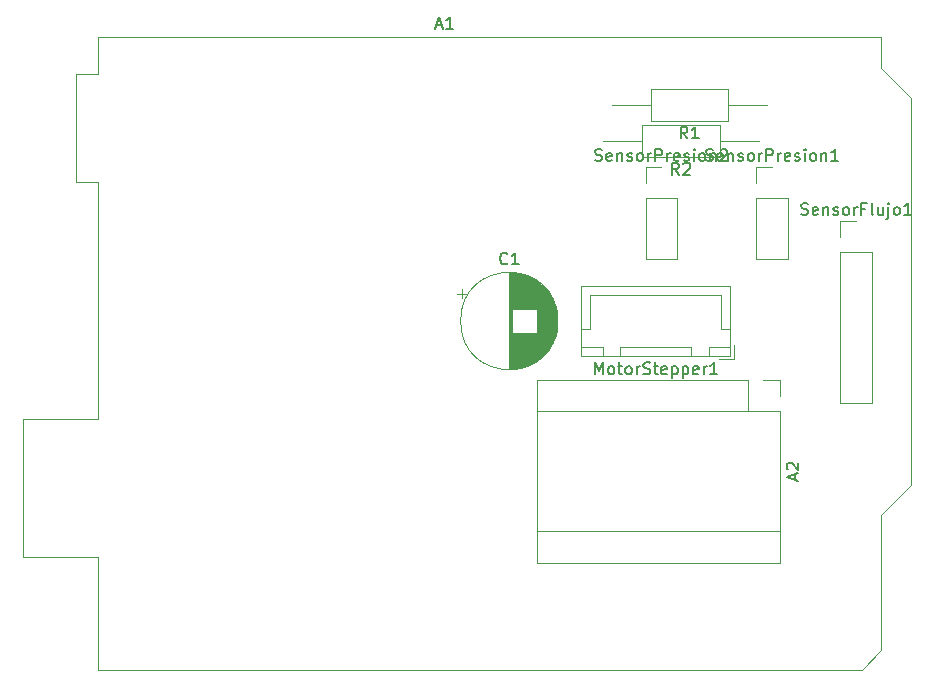
<source format=gbr>
%TF.GenerationSoftware,KiCad,Pcbnew,(6.0.8)*%
%TF.CreationDate,2022-10-14T20:54:24-03:00*%
%TF.ProjectId,Shield,53686965-6c64-42e6-9b69-6361645f7063,rev?*%
%TF.SameCoordinates,Original*%
%TF.FileFunction,Legend,Top*%
%TF.FilePolarity,Positive*%
%FSLAX46Y46*%
G04 Gerber Fmt 4.6, Leading zero omitted, Abs format (unit mm)*
G04 Created by KiCad (PCBNEW (6.0.8)) date 2022-10-14 20:54:24*
%MOMM*%
%LPD*%
G01*
G04 APERTURE LIST*
%ADD10C,0.150000*%
%ADD11C,0.120000*%
G04 APERTURE END LIST*
D10*
%TO.C,R2*%
X175499333Y-92250380D02*
X175166000Y-91774190D01*
X174927904Y-92250380D02*
X174927904Y-91250380D01*
X175308857Y-91250380D01*
X175404095Y-91298000D01*
X175451714Y-91345619D01*
X175499333Y-91440857D01*
X175499333Y-91583714D01*
X175451714Y-91678952D01*
X175404095Y-91726571D01*
X175308857Y-91774190D01*
X174927904Y-91774190D01*
X175880285Y-91345619D02*
X175927904Y-91298000D01*
X176023142Y-91250380D01*
X176261238Y-91250380D01*
X176356476Y-91298000D01*
X176404095Y-91345619D01*
X176451714Y-91440857D01*
X176451714Y-91536095D01*
X176404095Y-91678952D01*
X175832666Y-92250380D01*
X176451714Y-92250380D01*
%TO.C,R1*%
X176211333Y-89182380D02*
X175878000Y-88706190D01*
X175639904Y-89182380D02*
X175639904Y-88182380D01*
X176020857Y-88182380D01*
X176116095Y-88230000D01*
X176163714Y-88277619D01*
X176211333Y-88372857D01*
X176211333Y-88515714D01*
X176163714Y-88610952D01*
X176116095Y-88658571D01*
X176020857Y-88706190D01*
X175639904Y-88706190D01*
X177163714Y-89182380D02*
X176592285Y-89182380D01*
X176878000Y-89182380D02*
X176878000Y-88182380D01*
X176782761Y-88325238D01*
X176687523Y-88420476D01*
X176592285Y-88468095D01*
%TO.C,SensorFlujo1*%
X185857142Y-95610761D02*
X186000000Y-95658380D01*
X186238095Y-95658380D01*
X186333333Y-95610761D01*
X186380952Y-95563142D01*
X186428571Y-95467904D01*
X186428571Y-95372666D01*
X186380952Y-95277428D01*
X186333333Y-95229809D01*
X186238095Y-95182190D01*
X186047619Y-95134571D01*
X185952380Y-95086952D01*
X185904761Y-95039333D01*
X185857142Y-94944095D01*
X185857142Y-94848857D01*
X185904761Y-94753619D01*
X185952380Y-94706000D01*
X186047619Y-94658380D01*
X186285714Y-94658380D01*
X186428571Y-94706000D01*
X187238095Y-95610761D02*
X187142857Y-95658380D01*
X186952380Y-95658380D01*
X186857142Y-95610761D01*
X186809523Y-95515523D01*
X186809523Y-95134571D01*
X186857142Y-95039333D01*
X186952380Y-94991714D01*
X187142857Y-94991714D01*
X187238095Y-95039333D01*
X187285714Y-95134571D01*
X187285714Y-95229809D01*
X186809523Y-95325047D01*
X187714285Y-94991714D02*
X187714285Y-95658380D01*
X187714285Y-95086952D02*
X187761904Y-95039333D01*
X187857142Y-94991714D01*
X188000000Y-94991714D01*
X188095238Y-95039333D01*
X188142857Y-95134571D01*
X188142857Y-95658380D01*
X188571428Y-95610761D02*
X188666666Y-95658380D01*
X188857142Y-95658380D01*
X188952380Y-95610761D01*
X189000000Y-95515523D01*
X189000000Y-95467904D01*
X188952380Y-95372666D01*
X188857142Y-95325047D01*
X188714285Y-95325047D01*
X188619047Y-95277428D01*
X188571428Y-95182190D01*
X188571428Y-95134571D01*
X188619047Y-95039333D01*
X188714285Y-94991714D01*
X188857142Y-94991714D01*
X188952380Y-95039333D01*
X189571428Y-95658380D02*
X189476190Y-95610761D01*
X189428571Y-95563142D01*
X189380952Y-95467904D01*
X189380952Y-95182190D01*
X189428571Y-95086952D01*
X189476190Y-95039333D01*
X189571428Y-94991714D01*
X189714285Y-94991714D01*
X189809523Y-95039333D01*
X189857142Y-95086952D01*
X189904761Y-95182190D01*
X189904761Y-95467904D01*
X189857142Y-95563142D01*
X189809523Y-95610761D01*
X189714285Y-95658380D01*
X189571428Y-95658380D01*
X190333333Y-95658380D02*
X190333333Y-94991714D01*
X190333333Y-95182190D02*
X190380952Y-95086952D01*
X190428571Y-95039333D01*
X190523809Y-94991714D01*
X190619047Y-94991714D01*
X191285714Y-95134571D02*
X190952380Y-95134571D01*
X190952380Y-95658380D02*
X190952380Y-94658380D01*
X191428571Y-94658380D01*
X191952380Y-95658380D02*
X191857142Y-95610761D01*
X191809523Y-95515523D01*
X191809523Y-94658380D01*
X192761904Y-94991714D02*
X192761904Y-95658380D01*
X192333333Y-94991714D02*
X192333333Y-95515523D01*
X192380952Y-95610761D01*
X192476190Y-95658380D01*
X192619047Y-95658380D01*
X192714285Y-95610761D01*
X192761904Y-95563142D01*
X193238095Y-94991714D02*
X193238095Y-95848857D01*
X193190476Y-95944095D01*
X193095238Y-95991714D01*
X193047619Y-95991714D01*
X193238095Y-94658380D02*
X193190476Y-94706000D01*
X193238095Y-94753619D01*
X193285714Y-94706000D01*
X193238095Y-94658380D01*
X193238095Y-94753619D01*
X193857142Y-95658380D02*
X193761904Y-95610761D01*
X193714285Y-95563142D01*
X193666666Y-95467904D01*
X193666666Y-95182190D01*
X193714285Y-95086952D01*
X193761904Y-95039333D01*
X193857142Y-94991714D01*
X194000000Y-94991714D01*
X194095238Y-95039333D01*
X194142857Y-95086952D01*
X194190476Y-95182190D01*
X194190476Y-95467904D01*
X194142857Y-95563142D01*
X194095238Y-95610761D01*
X194000000Y-95658380D01*
X193857142Y-95658380D01*
X195142857Y-95658380D02*
X194571428Y-95658380D01*
X194857142Y-95658380D02*
X194857142Y-94658380D01*
X194761904Y-94801238D01*
X194666666Y-94896476D01*
X194571428Y-94944095D01*
%TO.C,MotorStepper1*%
X168399142Y-109158380D02*
X168399142Y-108158380D01*
X168732476Y-108872666D01*
X169065809Y-108158380D01*
X169065809Y-109158380D01*
X169684857Y-109158380D02*
X169589619Y-109110761D01*
X169542000Y-109063142D01*
X169494380Y-108967904D01*
X169494380Y-108682190D01*
X169542000Y-108586952D01*
X169589619Y-108539333D01*
X169684857Y-108491714D01*
X169827714Y-108491714D01*
X169922952Y-108539333D01*
X169970571Y-108586952D01*
X170018190Y-108682190D01*
X170018190Y-108967904D01*
X169970571Y-109063142D01*
X169922952Y-109110761D01*
X169827714Y-109158380D01*
X169684857Y-109158380D01*
X170303904Y-108491714D02*
X170684857Y-108491714D01*
X170446761Y-108158380D02*
X170446761Y-109015523D01*
X170494380Y-109110761D01*
X170589619Y-109158380D01*
X170684857Y-109158380D01*
X171161047Y-109158380D02*
X171065809Y-109110761D01*
X171018190Y-109063142D01*
X170970571Y-108967904D01*
X170970571Y-108682190D01*
X171018190Y-108586952D01*
X171065809Y-108539333D01*
X171161047Y-108491714D01*
X171303904Y-108491714D01*
X171399142Y-108539333D01*
X171446761Y-108586952D01*
X171494380Y-108682190D01*
X171494380Y-108967904D01*
X171446761Y-109063142D01*
X171399142Y-109110761D01*
X171303904Y-109158380D01*
X171161047Y-109158380D01*
X171922952Y-109158380D02*
X171922952Y-108491714D01*
X171922952Y-108682190D02*
X171970571Y-108586952D01*
X172018190Y-108539333D01*
X172113428Y-108491714D01*
X172208666Y-108491714D01*
X172494380Y-109110761D02*
X172637238Y-109158380D01*
X172875333Y-109158380D01*
X172970571Y-109110761D01*
X173018190Y-109063142D01*
X173065809Y-108967904D01*
X173065809Y-108872666D01*
X173018190Y-108777428D01*
X172970571Y-108729809D01*
X172875333Y-108682190D01*
X172684857Y-108634571D01*
X172589619Y-108586952D01*
X172542000Y-108539333D01*
X172494380Y-108444095D01*
X172494380Y-108348857D01*
X172542000Y-108253619D01*
X172589619Y-108206000D01*
X172684857Y-108158380D01*
X172922952Y-108158380D01*
X173065809Y-108206000D01*
X173351523Y-108491714D02*
X173732476Y-108491714D01*
X173494380Y-108158380D02*
X173494380Y-109015523D01*
X173542000Y-109110761D01*
X173637238Y-109158380D01*
X173732476Y-109158380D01*
X174446761Y-109110761D02*
X174351523Y-109158380D01*
X174161047Y-109158380D01*
X174065809Y-109110761D01*
X174018190Y-109015523D01*
X174018190Y-108634571D01*
X174065809Y-108539333D01*
X174161047Y-108491714D01*
X174351523Y-108491714D01*
X174446761Y-108539333D01*
X174494380Y-108634571D01*
X174494380Y-108729809D01*
X174018190Y-108825047D01*
X174922952Y-108491714D02*
X174922952Y-109491714D01*
X174922952Y-108539333D02*
X175018190Y-108491714D01*
X175208666Y-108491714D01*
X175303904Y-108539333D01*
X175351523Y-108586952D01*
X175399142Y-108682190D01*
X175399142Y-108967904D01*
X175351523Y-109063142D01*
X175303904Y-109110761D01*
X175208666Y-109158380D01*
X175018190Y-109158380D01*
X174922952Y-109110761D01*
X175827714Y-108491714D02*
X175827714Y-109491714D01*
X175827714Y-108539333D02*
X175922952Y-108491714D01*
X176113428Y-108491714D01*
X176208666Y-108539333D01*
X176256285Y-108586952D01*
X176303904Y-108682190D01*
X176303904Y-108967904D01*
X176256285Y-109063142D01*
X176208666Y-109110761D01*
X176113428Y-109158380D01*
X175922952Y-109158380D01*
X175827714Y-109110761D01*
X177113428Y-109110761D02*
X177018190Y-109158380D01*
X176827714Y-109158380D01*
X176732476Y-109110761D01*
X176684857Y-109015523D01*
X176684857Y-108634571D01*
X176732476Y-108539333D01*
X176827714Y-108491714D01*
X177018190Y-108491714D01*
X177113428Y-108539333D01*
X177161047Y-108634571D01*
X177161047Y-108729809D01*
X176684857Y-108825047D01*
X177589619Y-109158380D02*
X177589619Y-108491714D01*
X177589619Y-108682190D02*
X177637238Y-108586952D01*
X177684857Y-108539333D01*
X177780095Y-108491714D01*
X177875333Y-108491714D01*
X178732476Y-109158380D02*
X178161047Y-109158380D01*
X178446761Y-109158380D02*
X178446761Y-108158380D01*
X178351523Y-108301238D01*
X178256285Y-108396476D01*
X178161047Y-108444095D01*
%TO.C,SensorPresion1*%
X177792761Y-91038761D02*
X177935619Y-91086380D01*
X178173714Y-91086380D01*
X178268952Y-91038761D01*
X178316571Y-90991142D01*
X178364190Y-90895904D01*
X178364190Y-90800666D01*
X178316571Y-90705428D01*
X178268952Y-90657809D01*
X178173714Y-90610190D01*
X177983238Y-90562571D01*
X177888000Y-90514952D01*
X177840380Y-90467333D01*
X177792761Y-90372095D01*
X177792761Y-90276857D01*
X177840380Y-90181619D01*
X177888000Y-90134000D01*
X177983238Y-90086380D01*
X178221333Y-90086380D01*
X178364190Y-90134000D01*
X179173714Y-91038761D02*
X179078476Y-91086380D01*
X178888000Y-91086380D01*
X178792761Y-91038761D01*
X178745142Y-90943523D01*
X178745142Y-90562571D01*
X178792761Y-90467333D01*
X178888000Y-90419714D01*
X179078476Y-90419714D01*
X179173714Y-90467333D01*
X179221333Y-90562571D01*
X179221333Y-90657809D01*
X178745142Y-90753047D01*
X179649904Y-90419714D02*
X179649904Y-91086380D01*
X179649904Y-90514952D02*
X179697523Y-90467333D01*
X179792761Y-90419714D01*
X179935619Y-90419714D01*
X180030857Y-90467333D01*
X180078476Y-90562571D01*
X180078476Y-91086380D01*
X180507047Y-91038761D02*
X180602285Y-91086380D01*
X180792761Y-91086380D01*
X180888000Y-91038761D01*
X180935619Y-90943523D01*
X180935619Y-90895904D01*
X180888000Y-90800666D01*
X180792761Y-90753047D01*
X180649904Y-90753047D01*
X180554666Y-90705428D01*
X180507047Y-90610190D01*
X180507047Y-90562571D01*
X180554666Y-90467333D01*
X180649904Y-90419714D01*
X180792761Y-90419714D01*
X180888000Y-90467333D01*
X181507047Y-91086380D02*
X181411809Y-91038761D01*
X181364190Y-90991142D01*
X181316571Y-90895904D01*
X181316571Y-90610190D01*
X181364190Y-90514952D01*
X181411809Y-90467333D01*
X181507047Y-90419714D01*
X181649904Y-90419714D01*
X181745142Y-90467333D01*
X181792761Y-90514952D01*
X181840380Y-90610190D01*
X181840380Y-90895904D01*
X181792761Y-90991142D01*
X181745142Y-91038761D01*
X181649904Y-91086380D01*
X181507047Y-91086380D01*
X182268952Y-91086380D02*
X182268952Y-90419714D01*
X182268952Y-90610190D02*
X182316571Y-90514952D01*
X182364190Y-90467333D01*
X182459428Y-90419714D01*
X182554666Y-90419714D01*
X182888000Y-91086380D02*
X182888000Y-90086380D01*
X183268952Y-90086380D01*
X183364190Y-90134000D01*
X183411809Y-90181619D01*
X183459428Y-90276857D01*
X183459428Y-90419714D01*
X183411809Y-90514952D01*
X183364190Y-90562571D01*
X183268952Y-90610190D01*
X182888000Y-90610190D01*
X183888000Y-91086380D02*
X183888000Y-90419714D01*
X183888000Y-90610190D02*
X183935619Y-90514952D01*
X183983238Y-90467333D01*
X184078476Y-90419714D01*
X184173714Y-90419714D01*
X184888000Y-91038761D02*
X184792761Y-91086380D01*
X184602285Y-91086380D01*
X184507047Y-91038761D01*
X184459428Y-90943523D01*
X184459428Y-90562571D01*
X184507047Y-90467333D01*
X184602285Y-90419714D01*
X184792761Y-90419714D01*
X184888000Y-90467333D01*
X184935619Y-90562571D01*
X184935619Y-90657809D01*
X184459428Y-90753047D01*
X185316571Y-91038761D02*
X185411809Y-91086380D01*
X185602285Y-91086380D01*
X185697523Y-91038761D01*
X185745142Y-90943523D01*
X185745142Y-90895904D01*
X185697523Y-90800666D01*
X185602285Y-90753047D01*
X185459428Y-90753047D01*
X185364190Y-90705428D01*
X185316571Y-90610190D01*
X185316571Y-90562571D01*
X185364190Y-90467333D01*
X185459428Y-90419714D01*
X185602285Y-90419714D01*
X185697523Y-90467333D01*
X186173714Y-91086380D02*
X186173714Y-90419714D01*
X186173714Y-90086380D02*
X186126095Y-90134000D01*
X186173714Y-90181619D01*
X186221333Y-90134000D01*
X186173714Y-90086380D01*
X186173714Y-90181619D01*
X186792761Y-91086380D02*
X186697523Y-91038761D01*
X186649904Y-90991142D01*
X186602285Y-90895904D01*
X186602285Y-90610190D01*
X186649904Y-90514952D01*
X186697523Y-90467333D01*
X186792761Y-90419714D01*
X186935619Y-90419714D01*
X187030857Y-90467333D01*
X187078476Y-90514952D01*
X187126095Y-90610190D01*
X187126095Y-90895904D01*
X187078476Y-90991142D01*
X187030857Y-91038761D01*
X186935619Y-91086380D01*
X186792761Y-91086380D01*
X187554666Y-90419714D02*
X187554666Y-91086380D01*
X187554666Y-90514952D02*
X187602285Y-90467333D01*
X187697523Y-90419714D01*
X187840380Y-90419714D01*
X187935619Y-90467333D01*
X187983238Y-90562571D01*
X187983238Y-91086380D01*
X188983238Y-91086380D02*
X188411809Y-91086380D01*
X188697523Y-91086380D02*
X188697523Y-90086380D01*
X188602285Y-90229238D01*
X188507047Y-90324476D01*
X188411809Y-90372095D01*
%TO.C,SensorPresion2*%
X168409761Y-91038761D02*
X168552619Y-91086380D01*
X168790714Y-91086380D01*
X168885952Y-91038761D01*
X168933571Y-90991142D01*
X168981190Y-90895904D01*
X168981190Y-90800666D01*
X168933571Y-90705428D01*
X168885952Y-90657809D01*
X168790714Y-90610190D01*
X168600238Y-90562571D01*
X168505000Y-90514952D01*
X168457380Y-90467333D01*
X168409761Y-90372095D01*
X168409761Y-90276857D01*
X168457380Y-90181619D01*
X168505000Y-90134000D01*
X168600238Y-90086380D01*
X168838333Y-90086380D01*
X168981190Y-90134000D01*
X169790714Y-91038761D02*
X169695476Y-91086380D01*
X169505000Y-91086380D01*
X169409761Y-91038761D01*
X169362142Y-90943523D01*
X169362142Y-90562571D01*
X169409761Y-90467333D01*
X169505000Y-90419714D01*
X169695476Y-90419714D01*
X169790714Y-90467333D01*
X169838333Y-90562571D01*
X169838333Y-90657809D01*
X169362142Y-90753047D01*
X170266904Y-90419714D02*
X170266904Y-91086380D01*
X170266904Y-90514952D02*
X170314523Y-90467333D01*
X170409761Y-90419714D01*
X170552619Y-90419714D01*
X170647857Y-90467333D01*
X170695476Y-90562571D01*
X170695476Y-91086380D01*
X171124047Y-91038761D02*
X171219285Y-91086380D01*
X171409761Y-91086380D01*
X171505000Y-91038761D01*
X171552619Y-90943523D01*
X171552619Y-90895904D01*
X171505000Y-90800666D01*
X171409761Y-90753047D01*
X171266904Y-90753047D01*
X171171666Y-90705428D01*
X171124047Y-90610190D01*
X171124047Y-90562571D01*
X171171666Y-90467333D01*
X171266904Y-90419714D01*
X171409761Y-90419714D01*
X171505000Y-90467333D01*
X172124047Y-91086380D02*
X172028809Y-91038761D01*
X171981190Y-90991142D01*
X171933571Y-90895904D01*
X171933571Y-90610190D01*
X171981190Y-90514952D01*
X172028809Y-90467333D01*
X172124047Y-90419714D01*
X172266904Y-90419714D01*
X172362142Y-90467333D01*
X172409761Y-90514952D01*
X172457380Y-90610190D01*
X172457380Y-90895904D01*
X172409761Y-90991142D01*
X172362142Y-91038761D01*
X172266904Y-91086380D01*
X172124047Y-91086380D01*
X172885952Y-91086380D02*
X172885952Y-90419714D01*
X172885952Y-90610190D02*
X172933571Y-90514952D01*
X172981190Y-90467333D01*
X173076428Y-90419714D01*
X173171666Y-90419714D01*
X173505000Y-91086380D02*
X173505000Y-90086380D01*
X173885952Y-90086380D01*
X173981190Y-90134000D01*
X174028809Y-90181619D01*
X174076428Y-90276857D01*
X174076428Y-90419714D01*
X174028809Y-90514952D01*
X173981190Y-90562571D01*
X173885952Y-90610190D01*
X173505000Y-90610190D01*
X174505000Y-91086380D02*
X174505000Y-90419714D01*
X174505000Y-90610190D02*
X174552619Y-90514952D01*
X174600238Y-90467333D01*
X174695476Y-90419714D01*
X174790714Y-90419714D01*
X175505000Y-91038761D02*
X175409761Y-91086380D01*
X175219285Y-91086380D01*
X175124047Y-91038761D01*
X175076428Y-90943523D01*
X175076428Y-90562571D01*
X175124047Y-90467333D01*
X175219285Y-90419714D01*
X175409761Y-90419714D01*
X175505000Y-90467333D01*
X175552619Y-90562571D01*
X175552619Y-90657809D01*
X175076428Y-90753047D01*
X175933571Y-91038761D02*
X176028809Y-91086380D01*
X176219285Y-91086380D01*
X176314523Y-91038761D01*
X176362142Y-90943523D01*
X176362142Y-90895904D01*
X176314523Y-90800666D01*
X176219285Y-90753047D01*
X176076428Y-90753047D01*
X175981190Y-90705428D01*
X175933571Y-90610190D01*
X175933571Y-90562571D01*
X175981190Y-90467333D01*
X176076428Y-90419714D01*
X176219285Y-90419714D01*
X176314523Y-90467333D01*
X176790714Y-91086380D02*
X176790714Y-90419714D01*
X176790714Y-90086380D02*
X176743095Y-90134000D01*
X176790714Y-90181619D01*
X176838333Y-90134000D01*
X176790714Y-90086380D01*
X176790714Y-90181619D01*
X177409761Y-91086380D02*
X177314523Y-91038761D01*
X177266904Y-90991142D01*
X177219285Y-90895904D01*
X177219285Y-90610190D01*
X177266904Y-90514952D01*
X177314523Y-90467333D01*
X177409761Y-90419714D01*
X177552619Y-90419714D01*
X177647857Y-90467333D01*
X177695476Y-90514952D01*
X177743095Y-90610190D01*
X177743095Y-90895904D01*
X177695476Y-90991142D01*
X177647857Y-91038761D01*
X177552619Y-91086380D01*
X177409761Y-91086380D01*
X178171666Y-90419714D02*
X178171666Y-91086380D01*
X178171666Y-90514952D02*
X178219285Y-90467333D01*
X178314523Y-90419714D01*
X178457380Y-90419714D01*
X178552619Y-90467333D01*
X178600238Y-90562571D01*
X178600238Y-91086380D01*
X179028809Y-90181619D02*
X179076428Y-90134000D01*
X179171666Y-90086380D01*
X179409761Y-90086380D01*
X179505000Y-90134000D01*
X179552619Y-90181619D01*
X179600238Y-90276857D01*
X179600238Y-90372095D01*
X179552619Y-90514952D01*
X178981190Y-91086380D01*
X179600238Y-91086380D01*
%TO.C,A2*%
X185332666Y-118072285D02*
X185332666Y-117596095D01*
X185618380Y-118167523D02*
X184618380Y-117834190D01*
X185618380Y-117500857D01*
X184713619Y-117215142D02*
X184666000Y-117167523D01*
X184618380Y-117072285D01*
X184618380Y-116834190D01*
X184666000Y-116738952D01*
X184713619Y-116691333D01*
X184808857Y-116643714D01*
X184904095Y-116643714D01*
X185046952Y-116691333D01*
X185618380Y-117262761D01*
X185618380Y-116643714D01*
%TO.C,C1*%
X160966682Y-99755142D02*
X160919063Y-99802761D01*
X160776206Y-99850380D01*
X160680968Y-99850380D01*
X160538110Y-99802761D01*
X160442872Y-99707523D01*
X160395253Y-99612285D01*
X160347634Y-99421809D01*
X160347634Y-99278952D01*
X160395253Y-99088476D01*
X160442872Y-98993238D01*
X160538110Y-98898000D01*
X160680968Y-98850380D01*
X160776206Y-98850380D01*
X160919063Y-98898000D01*
X160966682Y-98945619D01*
X161919063Y-99850380D02*
X161347634Y-99850380D01*
X161633349Y-99850380D02*
X161633349Y-98850380D01*
X161538110Y-98993238D01*
X161442872Y-99088476D01*
X161347634Y-99136095D01*
%TO.C,A1*%
X154935714Y-79616666D02*
X155411904Y-79616666D01*
X154840476Y-79902380D02*
X155173809Y-78902380D01*
X155507142Y-79902380D01*
X156364285Y-79902380D02*
X155792857Y-79902380D01*
X156078571Y-79902380D02*
X156078571Y-78902380D01*
X155983333Y-79045238D01*
X155888095Y-79140476D01*
X155792857Y-79188095D01*
D11*
%TO.C,R2*%
X182246000Y-89428000D02*
X178936000Y-89428000D01*
X178936000Y-90798000D02*
X178936000Y-88058000D01*
X178936000Y-88058000D02*
X172396000Y-88058000D01*
X172396000Y-90798000D02*
X178936000Y-90798000D01*
X169086000Y-89428000D02*
X172396000Y-89428000D01*
X172396000Y-88058000D02*
X172396000Y-90798000D01*
%TO.C,R1*%
X173108000Y-84990000D02*
X173108000Y-87730000D01*
X169798000Y-86360000D02*
X173108000Y-86360000D01*
X173108000Y-87730000D02*
X179648000Y-87730000D01*
X179648000Y-84990000D02*
X173108000Y-84990000D01*
X179648000Y-87730000D02*
X179648000Y-84990000D01*
X182958000Y-86360000D02*
X179648000Y-86360000D01*
%TO.C,SensorFlujo1*%
X191830000Y-98806000D02*
X191830000Y-111566000D01*
X189170000Y-98806000D02*
X191830000Y-98806000D01*
X189170000Y-97536000D02*
X189170000Y-96206000D01*
X189170000Y-111566000D02*
X191830000Y-111566000D01*
X189170000Y-98806000D02*
X189170000Y-111566000D01*
X189170000Y-96206000D02*
X190500000Y-96206000D01*
%TO.C,MotorStepper1*%
X167232000Y-107616000D02*
X179852000Y-107616000D01*
X169042000Y-107606000D02*
X169042000Y-106856000D01*
X169042000Y-106856000D02*
X167242000Y-106856000D01*
X178042000Y-106856000D02*
X178042000Y-107606000D01*
X179092000Y-105356000D02*
X179092000Y-102406000D01*
X179852000Y-107616000D02*
X179852000Y-101646000D01*
X178892000Y-107906000D02*
X180142000Y-107906000D01*
X167232000Y-101646000D02*
X167232000Y-107616000D01*
X180142000Y-107906000D02*
X180142000Y-106656000D01*
X170542000Y-107606000D02*
X176542000Y-107606000D01*
X179842000Y-106856000D02*
X178042000Y-106856000D01*
X178042000Y-107606000D02*
X179842000Y-107606000D01*
X170542000Y-106856000D02*
X170542000Y-107606000D01*
X179842000Y-105356000D02*
X179092000Y-105356000D01*
X167992000Y-102406000D02*
X173542000Y-102406000D01*
X179852000Y-101646000D02*
X167232000Y-101646000D01*
X176542000Y-106856000D02*
X170542000Y-106856000D01*
X167242000Y-105356000D02*
X167992000Y-105356000D01*
X176542000Y-107606000D02*
X176542000Y-106856000D01*
X167992000Y-105356000D02*
X167992000Y-102406000D01*
X167242000Y-107606000D02*
X169042000Y-107606000D01*
X167242000Y-106856000D02*
X167242000Y-107606000D01*
X179842000Y-107606000D02*
X179842000Y-106856000D01*
X179092000Y-102406000D02*
X173542000Y-102406000D01*
%TO.C,SensorPresion1*%
X182058000Y-94234000D02*
X184718000Y-94234000D01*
X182058000Y-91634000D02*
X183388000Y-91634000D01*
X184718000Y-94234000D02*
X184718000Y-99374000D01*
X182058000Y-92964000D02*
X182058000Y-91634000D01*
X182058000Y-94234000D02*
X182058000Y-99374000D01*
X182058000Y-99374000D02*
X184718000Y-99374000D01*
%TO.C,SensorPresion2*%
X172675000Y-92964000D02*
X172675000Y-91634000D01*
X172675000Y-99374000D02*
X175335000Y-99374000D01*
X175335000Y-94234000D02*
X175335000Y-99374000D01*
X172675000Y-94234000D02*
X175335000Y-94234000D01*
X172675000Y-94234000D02*
X172675000Y-99374000D01*
X172675000Y-91634000D02*
X174005000Y-91634000D01*
%TO.C,A2*%
X163446000Y-125108000D02*
X184026000Y-125108000D01*
X184026000Y-125108000D02*
X184026000Y-112278000D01*
X184026000Y-109608000D02*
X182626000Y-109608000D01*
X181356000Y-112278000D02*
X163446000Y-112278000D01*
X163446000Y-109608000D02*
X163446000Y-125108000D01*
X181356000Y-112278000D02*
X181356000Y-109608000D01*
X181356000Y-109608000D02*
X163446000Y-109608000D01*
X184026000Y-111008000D02*
X184026000Y-109608000D01*
X184026000Y-112278000D02*
X181356000Y-112278000D01*
X184026000Y-122438000D02*
X163446000Y-122438000D01*
%TO.C,C1*%
X163374349Y-105688000D02*
X163374349Y-108066000D01*
X162374349Y-105688000D02*
X162374349Y-108537000D01*
X161293349Y-100571000D02*
X161293349Y-108725000D01*
X156723651Y-102333000D02*
X157523651Y-102333000D01*
X162334349Y-105688000D02*
X162334349Y-108550000D01*
X165054349Y-103419000D02*
X165054349Y-105877000D01*
X162214349Y-105688000D02*
X162214349Y-108584000D01*
X163534349Y-101339000D02*
X163534349Y-107957000D01*
X162854349Y-100944000D02*
X162854349Y-103608000D01*
X161173349Y-100568000D02*
X161173349Y-108728000D01*
X161573349Y-100591000D02*
X161573349Y-103608000D01*
X165014349Y-103302000D02*
X165014349Y-105994000D01*
X161493349Y-105688000D02*
X161493349Y-108713000D01*
X161253349Y-100569000D02*
X161253349Y-108727000D01*
X164054349Y-101781000D02*
X164054349Y-107515000D01*
X162054349Y-100672000D02*
X162054349Y-103608000D01*
X163894349Y-101629000D02*
X163894349Y-107667000D01*
X164134349Y-101864000D02*
X164134349Y-107432000D01*
X162774349Y-100908000D02*
X162774349Y-103608000D01*
X161773349Y-105688000D02*
X161773349Y-108678000D01*
X162494349Y-105688000D02*
X162494349Y-108498000D01*
X163734349Y-101492000D02*
X163734349Y-107804000D01*
X163614349Y-101398000D02*
X163614349Y-107898000D01*
X162014349Y-105688000D02*
X162014349Y-108633000D01*
X164934349Y-103096000D02*
X164934349Y-106200000D01*
X164334349Y-102092000D02*
X164334349Y-107204000D01*
X162654349Y-100858000D02*
X162654349Y-103608000D01*
X162534349Y-100813000D02*
X162534349Y-103608000D01*
X161733349Y-100611000D02*
X161733349Y-103608000D01*
X164374349Y-102143000D02*
X164374349Y-107153000D01*
X161453349Y-100580000D02*
X161453349Y-103608000D01*
X163134349Y-101086000D02*
X163134349Y-103608000D01*
X162774349Y-105688000D02*
X162774349Y-108388000D01*
X161653349Y-100600000D02*
X161653349Y-103608000D01*
X162214349Y-100712000D02*
X162214349Y-103608000D01*
X163254349Y-101155000D02*
X163254349Y-103608000D01*
X161573349Y-105688000D02*
X161573349Y-108705000D01*
X163774349Y-101524000D02*
X163774349Y-107772000D01*
X163254349Y-105688000D02*
X163254349Y-108141000D01*
X162894349Y-100962000D02*
X162894349Y-103608000D01*
X163574349Y-101368000D02*
X163574349Y-107928000D01*
X163334349Y-105688000D02*
X163334349Y-108092000D01*
X162734349Y-100891000D02*
X162734349Y-103608000D01*
X161653349Y-105688000D02*
X161653349Y-108696000D01*
X165214349Y-104115000D02*
X165214349Y-105181000D01*
X161974349Y-105688000D02*
X161974349Y-108642000D01*
X161854349Y-105688000D02*
X161854349Y-108665000D01*
X164534349Y-102361000D02*
X164534349Y-106935000D01*
X161533349Y-105688000D02*
X161533349Y-108709000D01*
X161413349Y-105688000D02*
X161413349Y-108719000D01*
X164974349Y-103195000D02*
X164974349Y-106101000D01*
X164894349Y-103003000D02*
X164894349Y-106293000D01*
X161213349Y-100568000D02*
X161213349Y-108728000D01*
X163014349Y-105688000D02*
X163014349Y-108275000D01*
X163174349Y-105688000D02*
X163174349Y-108188000D01*
X162134349Y-105688000D02*
X162134349Y-108605000D01*
X164254349Y-101997000D02*
X164254349Y-107299000D01*
X164774349Y-102758000D02*
X164774349Y-106538000D01*
X164854349Y-102917000D02*
X164854349Y-106379000D01*
X162254349Y-100723000D02*
X162254349Y-103608000D01*
X165174349Y-103880000D02*
X165174349Y-105416000D01*
X161934349Y-100646000D02*
X161934349Y-103608000D01*
X162174349Y-105688000D02*
X162174349Y-108595000D01*
X163334349Y-101204000D02*
X163334349Y-103608000D01*
X162694349Y-100874000D02*
X162694349Y-103608000D01*
X162854349Y-105688000D02*
X162854349Y-108352000D01*
X164014349Y-101741000D02*
X164014349Y-107555000D01*
X164454349Y-102248000D02*
X164454349Y-107048000D01*
X162494349Y-100798000D02*
X162494349Y-103608000D01*
X161373349Y-100574000D02*
X161373349Y-103608000D01*
X162374349Y-100759000D02*
X162374349Y-103608000D01*
X163094349Y-101064000D02*
X163094349Y-103608000D01*
X163814349Y-101558000D02*
X163814349Y-107738000D01*
X163454349Y-101283000D02*
X163454349Y-108013000D01*
X162454349Y-100785000D02*
X162454349Y-103608000D01*
X162974349Y-105688000D02*
X162974349Y-108295000D01*
X163214349Y-105688000D02*
X163214349Y-108165000D01*
X161693349Y-100606000D02*
X161693349Y-103608000D01*
X162414349Y-105688000D02*
X162414349Y-108525000D01*
X163174349Y-101108000D02*
X163174349Y-103608000D01*
X162814349Y-105688000D02*
X162814349Y-108370000D01*
X163014349Y-101021000D02*
X163014349Y-103608000D01*
X161693349Y-105688000D02*
X161693349Y-108690000D01*
X161613349Y-105688000D02*
X161613349Y-108700000D01*
X162654349Y-105688000D02*
X162654349Y-108438000D01*
X161934349Y-105688000D02*
X161934349Y-108650000D01*
X161413349Y-100577000D02*
X161413349Y-103608000D01*
X161133349Y-100568000D02*
X161133349Y-108728000D01*
X162814349Y-100926000D02*
X162814349Y-103608000D01*
X165094349Y-103550000D02*
X165094349Y-105746000D01*
X161894349Y-100638000D02*
X161894349Y-103608000D01*
X157123651Y-101933000D02*
X157123651Y-102733000D01*
X164734349Y-102684000D02*
X164734349Y-106612000D01*
X162574349Y-105688000D02*
X162574349Y-108469000D01*
X161733349Y-105688000D02*
X161733349Y-108685000D01*
X161533349Y-100587000D02*
X161533349Y-103608000D01*
X162294349Y-100734000D02*
X162294349Y-103608000D01*
X163054349Y-101042000D02*
X163054349Y-103608000D01*
X164654349Y-102546000D02*
X164654349Y-106750000D01*
X164214349Y-101951000D02*
X164214349Y-107345000D01*
X164574349Y-102420000D02*
X164574349Y-106876000D01*
X165134349Y-103700000D02*
X165134349Y-105596000D01*
X161854349Y-100631000D02*
X161854349Y-103608000D01*
X162094349Y-100681000D02*
X162094349Y-103608000D01*
X164814349Y-102835000D02*
X164814349Y-106461000D01*
X164294349Y-102044000D02*
X164294349Y-107252000D01*
X162734349Y-105688000D02*
X162734349Y-108405000D01*
X162694349Y-105688000D02*
X162694349Y-108422000D01*
X161453349Y-105688000D02*
X161453349Y-108716000D01*
X164414349Y-102194000D02*
X164414349Y-107102000D01*
X164094349Y-101822000D02*
X164094349Y-107474000D01*
X161974349Y-100654000D02*
X161974349Y-103608000D01*
X162014349Y-100663000D02*
X162014349Y-103608000D01*
X164614349Y-102482000D02*
X164614349Y-106814000D01*
X163694349Y-101459000D02*
X163694349Y-107837000D01*
X163414349Y-105688000D02*
X163414349Y-108040000D01*
X162454349Y-105688000D02*
X162454349Y-108511000D01*
X161894349Y-105688000D02*
X161894349Y-108658000D01*
X164694349Y-102614000D02*
X164694349Y-106682000D01*
X163134349Y-105688000D02*
X163134349Y-108210000D01*
X163414349Y-101256000D02*
X163414349Y-103608000D01*
X162414349Y-100771000D02*
X162414349Y-103608000D01*
X163854349Y-101593000D02*
X163854349Y-107703000D01*
X162334349Y-100746000D02*
X162334349Y-103608000D01*
X163934349Y-101665000D02*
X163934349Y-107631000D01*
X162254349Y-105688000D02*
X162254349Y-108573000D01*
X162574349Y-100827000D02*
X162574349Y-103608000D01*
X164174349Y-101907000D02*
X164174349Y-107389000D01*
X163654349Y-101428000D02*
X163654349Y-107868000D01*
X162054349Y-105688000D02*
X162054349Y-108624000D01*
X162534349Y-105688000D02*
X162534349Y-108483000D01*
X162894349Y-105688000D02*
X162894349Y-108334000D01*
X162134349Y-100691000D02*
X162134349Y-103608000D01*
X161333349Y-100572000D02*
X161333349Y-108724000D01*
X161373349Y-105688000D02*
X161373349Y-108722000D01*
X164494349Y-102303000D02*
X164494349Y-106993000D01*
X163294349Y-105688000D02*
X163294349Y-108117000D01*
X162974349Y-101001000D02*
X162974349Y-103608000D01*
X161613349Y-100596000D02*
X161613349Y-103608000D01*
X163054349Y-105688000D02*
X163054349Y-108254000D01*
X163494349Y-101310000D02*
X163494349Y-107986000D01*
X161493349Y-100583000D02*
X161493349Y-103608000D01*
X162174349Y-100701000D02*
X162174349Y-103608000D01*
X163974349Y-101703000D02*
X163974349Y-107593000D01*
X163094349Y-105688000D02*
X163094349Y-108232000D01*
X161773349Y-100618000D02*
X161773349Y-103608000D01*
X163214349Y-101131000D02*
X163214349Y-103608000D01*
X162934349Y-105688000D02*
X162934349Y-108314000D01*
X162294349Y-105688000D02*
X162294349Y-108562000D01*
X162934349Y-100982000D02*
X162934349Y-103608000D01*
X163294349Y-101179000D02*
X163294349Y-103608000D01*
X162614349Y-100843000D02*
X162614349Y-103608000D01*
X161813349Y-100624000D02*
X161813349Y-103608000D01*
X161813349Y-105688000D02*
X161813349Y-108672000D01*
X162614349Y-105688000D02*
X162614349Y-108453000D01*
X163374349Y-101230000D02*
X163374349Y-103608000D01*
X162094349Y-105688000D02*
X162094349Y-108615000D01*
X165253349Y-104648000D02*
G75*
G03*
X165253349Y-104648000I-4120000J0D01*
G01*
%TO.C,A1*%
X192610000Y-132540000D02*
X192610000Y-121110000D01*
X124410000Y-92910000D02*
X126310000Y-92910000D01*
X119960000Y-124660000D02*
X126310000Y-124660000D01*
X126310000Y-92910000D02*
X126310000Y-112980000D01*
X192610000Y-121110000D02*
X195150000Y-118570000D01*
X119960000Y-112980000D02*
X119960000Y-124660000D01*
X126310000Y-134190000D02*
X190960000Y-134190000D01*
X190960000Y-134190000D02*
X192610000Y-132540000D01*
X195150000Y-85800000D02*
X192610000Y-83260000D01*
X126310000Y-124660000D02*
X126310000Y-134190000D01*
X124410000Y-83770000D02*
X124410000Y-92910000D01*
X192610000Y-80590000D02*
X126310000Y-80590000D01*
X195150000Y-118570000D02*
X195150000Y-85800000D01*
X126310000Y-80590000D02*
X126310000Y-83770000D01*
X192610000Y-83260000D02*
X192610000Y-80590000D01*
X126310000Y-83770000D02*
X124410000Y-83770000D01*
X126310000Y-112980000D02*
X119960000Y-112980000D01*
%TD*%
M02*

</source>
